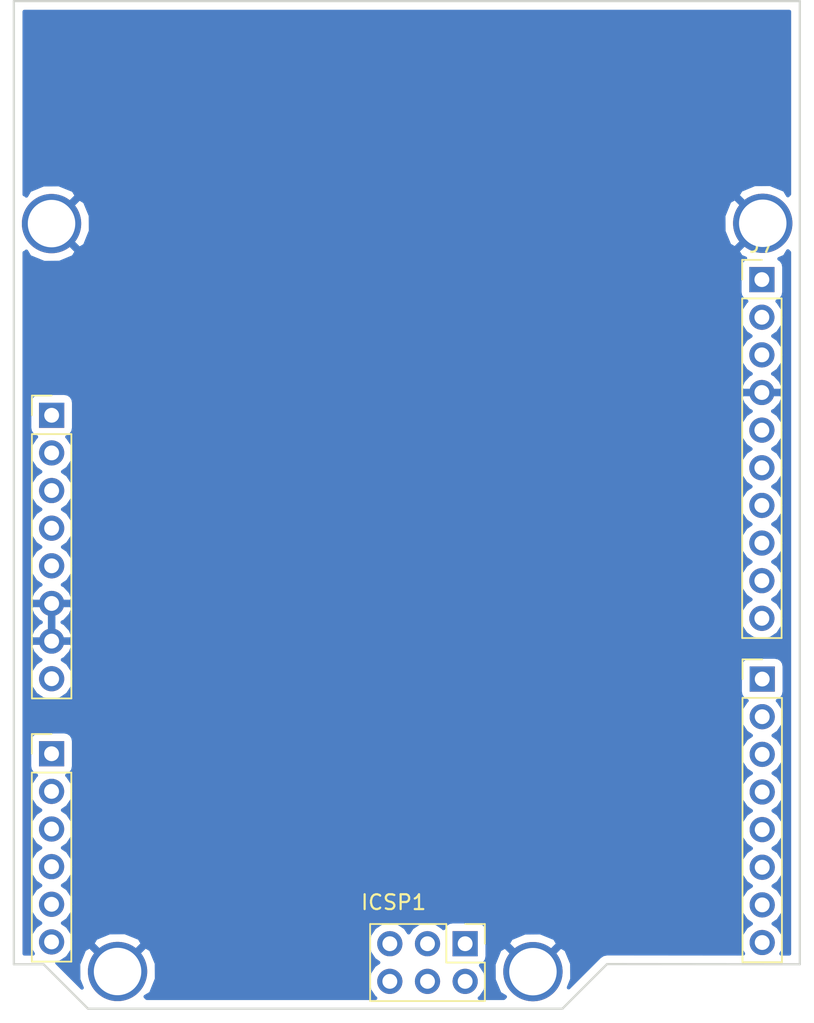
<source format=kicad_pcb>
(kicad_pcb (version 4) (host pcbnew 4.0.7)

  (general
    (links 6)
    (no_connects 0)
    (area 112.015779 61.180859 165.165781 129.330861)
    (thickness 1.6)
    (drawings 8)
    (tracks 0)
    (zones 0)
    (modules 9)
    (nets 2)
  )

  (page A4)
  (layers
    (0 F.Cu signal)
    (31 B.Cu signal)
    (32 B.Adhes user)
    (33 F.Adhes user)
    (34 B.Paste user)
    (35 F.Paste user)
    (36 B.SilkS user)
    (37 F.SilkS user)
    (38 B.Mask user)
    (39 F.Mask user)
    (40 Dwgs.User user)
    (41 Cmts.User user)
    (42 Eco1.User user)
    (43 Eco2.User user)
    (44 Edge.Cuts user)
    (45 Margin user)
    (46 B.CrtYd user)
    (47 F.CrtYd user)
    (48 B.Fab user)
    (49 F.Fab user hide)
  )

  (setup
    (last_trace_width 0.25)
    (user_trace_width 0.4064)
    (user_trace_width 0.762)
    (trace_clearance 0.2)
    (zone_clearance 0.508)
    (zone_45_only no)
    (trace_min 0.2)
    (segment_width 0.3)
    (edge_width 0.15)
    (via_size 0.6)
    (via_drill 0.4)
    (via_min_size 0.4)
    (via_min_drill 0.3)
    (user_via 1.524 0.762)
    (uvia_size 0.3)
    (uvia_drill 0.1)
    (uvias_allowed no)
    (uvia_min_size 0.2)
    (uvia_min_drill 0.1)
    (pcb_text_width 0.3)
    (pcb_text_size 1.5 1.5)
    (mod_edge_width 0.15)
    (mod_text_size 1 1)
    (mod_text_width 0.15)
    (pad_size 4 4)
    (pad_drill 3.2)
    (pad_to_mask_clearance 0.2)
    (aux_axis_origin 0 0)
    (visible_elements FFFFFF7F)
    (pcbplotparams
      (layerselection 0x00030_80000001)
      (usegerberextensions false)
      (excludeedgelayer true)
      (linewidth 0.100000)
      (plotframeref false)
      (viasonmask false)
      (mode 1)
      (useauxorigin false)
      (hpglpennumber 1)
      (hpglpenspeed 20)
      (hpglpendiameter 15)
      (hpglpenoverlay 2)
      (psnegative false)
      (psa4output false)
      (plotreference true)
      (plotvalue true)
      (plotinvisibletext false)
      (padsonsilk false)
      (subtractmaskfromsilk false)
      (outputformat 5)
      (mirror false)
      (drillshape 0)
      (scaleselection 1)
      (outputdirectory ""))
  )

  (net 0 "")
  (net 1 GND)

  (net_class Default "This is the default net class."
    (clearance 0.2)
    (trace_width 0.25)
    (via_dia 0.6)
    (via_drill 0.4)
    (uvia_dia 0.3)
    (uvia_drill 0.1)
    (add_net GND)
  )

  (net_class PWR ""
    (clearance 0.254)
    (trace_width 0.762)
    (via_dia 1.524)
    (via_drill 0.762)
    (uvia_dia 0.3)
    (uvia_drill 0.1)
  )

  (net_class Signal ""
    (clearance 0.254)
    (trace_width 0.4064)
    (via_dia 0.8128)
    (via_drill 0.4064)
    (uvia_dia 0.3)
    (uvia_drill 0.1)
  )

  (module Pin_Headers:Pin_Header_Straight_2x03_Pitch2.54mm (layer F.Cu) (tedit 59650532) (tstamp 5A5FF7A0)
    (at 142.52448 124.87148 270)
    (descr "Through hole straight pin header, 2x03, 2.54mm pitch, double rows")
    (tags "Through hole pin header THT 2x03 2.54mm double row")
    (path /5A54F9F8)
    (fp_text reference ICSP1 (at -2.794 4.826 360) (layer F.SilkS)
      (effects (font (size 1 1) (thickness 0.15)))
    )
    (fp_text value Stack-Header_02x03_Odd_Even (at 1.27 7.41 270) (layer F.Fab)
      (effects (font (size 1 1) (thickness 0.15)))
    )
    (fp_line (start 0 -1.27) (end 3.81 -1.27) (layer F.Fab) (width 0.1))
    (fp_line (start 3.81 -1.27) (end 3.81 6.35) (layer F.Fab) (width 0.1))
    (fp_line (start 3.81 6.35) (end -1.27 6.35) (layer F.Fab) (width 0.1))
    (fp_line (start -1.27 6.35) (end -1.27 0) (layer F.Fab) (width 0.1))
    (fp_line (start -1.27 0) (end 0 -1.27) (layer F.Fab) (width 0.1))
    (fp_line (start -1.33 6.41) (end 3.87 6.41) (layer F.SilkS) (width 0.12))
    (fp_line (start -1.33 1.27) (end -1.33 6.41) (layer F.SilkS) (width 0.12))
    (fp_line (start 3.87 -1.33) (end 3.87 6.41) (layer F.SilkS) (width 0.12))
    (fp_line (start -1.33 1.27) (end 1.27 1.27) (layer F.SilkS) (width 0.12))
    (fp_line (start 1.27 1.27) (end 1.27 -1.33) (layer F.SilkS) (width 0.12))
    (fp_line (start 1.27 -1.33) (end 3.87 -1.33) (layer F.SilkS) (width 0.12))
    (fp_line (start -1.33 0) (end -1.33 -1.33) (layer F.SilkS) (width 0.12))
    (fp_line (start -1.33 -1.33) (end 0 -1.33) (layer F.SilkS) (width 0.12))
    (fp_line (start -1.8 -1.8) (end -1.8 6.85) (layer F.CrtYd) (width 0.05))
    (fp_line (start -1.8 6.85) (end 4.35 6.85) (layer F.CrtYd) (width 0.05))
    (fp_line (start 4.35 6.85) (end 4.35 -1.8) (layer F.CrtYd) (width 0.05))
    (fp_line (start 4.35 -1.8) (end -1.8 -1.8) (layer F.CrtYd) (width 0.05))
    (fp_text user %R (at 1.27 2.54 360) (layer F.Fab)
      (effects (font (size 1 1) (thickness 0.15)))
    )
    (pad 1 thru_hole rect (at 0 0 270) (size 1.7 1.7) (drill 1) (layers *.Cu *.Mask))
    (pad 2 thru_hole oval (at 2.54 0 270) (size 1.7 1.7) (drill 1) (layers *.Cu *.Mask))
    (pad 3 thru_hole oval (at 0 2.54 270) (size 1.7 1.7) (drill 1) (layers *.Cu *.Mask))
    (pad 4 thru_hole oval (at 2.54 2.54 270) (size 1.7 1.7) (drill 1) (layers *.Cu *.Mask))
    (pad 5 thru_hole oval (at 0 5.08 270) (size 1.7 1.7) (drill 1) (layers *.Cu *.Mask))
    (pad 6 thru_hole oval (at 2.54 5.08 270) (size 1.7 1.7) (drill 1) (layers *.Cu *.Mask))
    (model ${KISYS3DMOD}/Pin_Headers.3dshapes/Pin_Header_Straight_2x03_Pitch2.54mm.wrl
      (at (xyz 0 0 0))
      (scale (xyz 1 1 1))
      (rotate (xyz 0 0 0))
    )
  )

  (module Pin_Headers:Pin_Header_Straight_1x06_Pitch2.54mm (layer F.Cu) (tedit 5A578801) (tstamp 5A5FF7F8)
    (at 114.63528 112.04956)
    (descr "Through hole straight pin header, 1x06, 2.54mm pitch, single row")
    (tags "Through hole pin header THT 1x06 2.54mm single row")
    (path /5A54FB5A)
    (fp_text reference J3 (at 0 -2.33) (layer F.SilkS) hide
      (effects (font (size 1 1) (thickness 0.15)))
    )
    (fp_text value Stack-Header_01x06 (at 0 15.03) (layer F.Fab)
      (effects (font (size 1 1) (thickness 0.15)))
    )
    (fp_line (start -0.635 -1.27) (end 1.27 -1.27) (layer F.Fab) (width 0.1))
    (fp_line (start 1.27 -1.27) (end 1.27 13.97) (layer F.Fab) (width 0.1))
    (fp_line (start 1.27 13.97) (end -1.27 13.97) (layer F.Fab) (width 0.1))
    (fp_line (start -1.27 13.97) (end -1.27 -0.635) (layer F.Fab) (width 0.1))
    (fp_line (start -1.27 -0.635) (end -0.635 -1.27) (layer F.Fab) (width 0.1))
    (fp_line (start -1.33 14.03) (end 1.33 14.03) (layer F.SilkS) (width 0.12))
    (fp_line (start -1.33 1.27) (end -1.33 14.03) (layer F.SilkS) (width 0.12))
    (fp_line (start 1.33 1.27) (end 1.33 14.03) (layer F.SilkS) (width 0.12))
    (fp_line (start -1.33 1.27) (end 1.33 1.27) (layer F.SilkS) (width 0.12))
    (fp_line (start -1.33 0) (end -1.33 -1.33) (layer F.SilkS) (width 0.12))
    (fp_line (start -1.33 -1.33) (end 0 -1.33) (layer F.SilkS) (width 0.12))
    (fp_line (start -1.8 -1.8) (end -1.8 14.5) (layer F.CrtYd) (width 0.05))
    (fp_line (start -1.8 14.5) (end 1.8 14.5) (layer F.CrtYd) (width 0.05))
    (fp_line (start 1.8 14.5) (end 1.8 -1.8) (layer F.CrtYd) (width 0.05))
    (fp_line (start 1.8 -1.8) (end -1.8 -1.8) (layer F.CrtYd) (width 0.05))
    (fp_text user %R (at 0 6.35 90) (layer F.Fab)
      (effects (font (size 1 1) (thickness 0.15)))
    )
    (pad 1 thru_hole rect (at 0 0) (size 1.7 1.7) (drill 1) (layers *.Cu *.Mask))
    (pad 2 thru_hole oval (at 0 2.54) (size 1.7 1.7) (drill 1) (layers *.Cu *.Mask))
    (pad 3 thru_hole oval (at 0 5.08) (size 1.7 1.7) (drill 1) (layers *.Cu *.Mask))
    (pad 4 thru_hole oval (at 0 7.62) (size 1.7 1.7) (drill 1) (layers *.Cu *.Mask))
    (pad 5 thru_hole oval (at 0 10.16) (size 1.7 1.7) (drill 1) (layers *.Cu *.Mask))
    (pad 6 thru_hole oval (at 0 12.7) (size 1.7 1.7) (drill 1) (layers *.Cu *.Mask))
    (model ${KISYS3DMOD}/Pin_Headers.3dshapes/Pin_Header_Straight_1x06_Pitch2.54mm.wrl
      (at (xyz 0 0 0))
      (scale (xyz 1 1 1))
      (rotate (xyz 0 0 0))
    )
  )

  (module Pin_Headers:Pin_Header_Straight_1x10_Pitch2.54mm (layer F.Cu) (tedit 59650532) (tstamp 5A5FF8D9)
    (at 162.53206 80.05064)
    (descr "Through hole straight pin header, 1x10, 2.54mm pitch, single row")
    (tags "Through hole pin header THT 1x10 2.54mm single row")
    (path /5A54FA3E)
    (fp_text reference J7 (at 0 -2.33) (layer F.SilkS)
      (effects (font (size 1 1) (thickness 0.15)))
    )
    (fp_text value Stack-Header_01x10 (at 0 25.19) (layer F.Fab)
      (effects (font (size 1 1) (thickness 0.15)))
    )
    (fp_line (start -0.635 -1.27) (end 1.27 -1.27) (layer F.Fab) (width 0.1))
    (fp_line (start 1.27 -1.27) (end 1.27 24.13) (layer F.Fab) (width 0.1))
    (fp_line (start 1.27 24.13) (end -1.27 24.13) (layer F.Fab) (width 0.1))
    (fp_line (start -1.27 24.13) (end -1.27 -0.635) (layer F.Fab) (width 0.1))
    (fp_line (start -1.27 -0.635) (end -0.635 -1.27) (layer F.Fab) (width 0.1))
    (fp_line (start -1.33 24.19) (end 1.33 24.19) (layer F.SilkS) (width 0.12))
    (fp_line (start -1.33 1.27) (end -1.33 24.19) (layer F.SilkS) (width 0.12))
    (fp_line (start 1.33 1.27) (end 1.33 24.19) (layer F.SilkS) (width 0.12))
    (fp_line (start -1.33 1.27) (end 1.33 1.27) (layer F.SilkS) (width 0.12))
    (fp_line (start -1.33 0) (end -1.33 -1.33) (layer F.SilkS) (width 0.12))
    (fp_line (start -1.33 -1.33) (end 0 -1.33) (layer F.SilkS) (width 0.12))
    (fp_line (start -1.8 -1.8) (end -1.8 24.65) (layer F.CrtYd) (width 0.05))
    (fp_line (start -1.8 24.65) (end 1.8 24.65) (layer F.CrtYd) (width 0.05))
    (fp_line (start 1.8 24.65) (end 1.8 -1.8) (layer F.CrtYd) (width 0.05))
    (fp_line (start 1.8 -1.8) (end -1.8 -1.8) (layer F.CrtYd) (width 0.05))
    (fp_text user %R (at 0 11.43 90) (layer F.Fab)
      (effects (font (size 1 1) (thickness 0.15)))
    )
    (pad 1 thru_hole rect (at 0 0) (size 1.7 1.7) (drill 1) (layers *.Cu *.Mask))
    (pad 2 thru_hole oval (at 0 2.54) (size 1.7 1.7) (drill 1) (layers *.Cu *.Mask))
    (pad 3 thru_hole oval (at 0 5.08) (size 1.7 1.7) (drill 1) (layers *.Cu *.Mask))
    (pad 4 thru_hole oval (at 0 7.62) (size 1.7 1.7) (drill 1) (layers *.Cu *.Mask)
      (net 1 GND))
    (pad 5 thru_hole oval (at 0 10.16) (size 1.7 1.7) (drill 1) (layers *.Cu *.Mask))
    (pad 6 thru_hole oval (at 0 12.7) (size 1.7 1.7) (drill 1) (layers *.Cu *.Mask))
    (pad 7 thru_hole oval (at 0 15.24) (size 1.7 1.7) (drill 1) (layers *.Cu *.Mask))
    (pad 8 thru_hole oval (at 0 17.78) (size 1.7 1.7) (drill 1) (layers *.Cu *.Mask))
    (pad 9 thru_hole oval (at 0 20.32) (size 1.7 1.7) (drill 1) (layers *.Cu *.Mask))
    (pad 10 thru_hole oval (at 0 22.86) (size 1.7 1.7) (drill 1) (layers *.Cu *.Mask))
    (model ${KISYS3DMOD}/Pin_Headers.3dshapes/Pin_Header_Straight_1x10_Pitch2.54mm.wrl
      (at (xyz 0 0 0))
      (scale (xyz 1 1 1))
      (rotate (xyz 0 0 0))
    )
  )

  (module Pin_Headers:Pin_Header_Straight_1x08_Pitch2.54mm (layer F.Cu) (tedit 5A5787F7) (tstamp 5A5FF8F5)
    (at 162.55492 107.0102)
    (descr "Through hole straight pin header, 1x08, 2.54mm pitch, single row")
    (tags "Through hole pin header THT 1x08 2.54mm single row")
    (path /5A54FAAD)
    (fp_text reference J8 (at 0 -2.33) (layer F.SilkS) hide
      (effects (font (size 1 1) (thickness 0.15)))
    )
    (fp_text value Stack-Header_01x08 (at 0 20.11) (layer F.Fab)
      (effects (font (size 1 1) (thickness 0.15)))
    )
    (fp_line (start -0.635 -1.27) (end 1.27 -1.27) (layer F.Fab) (width 0.1))
    (fp_line (start 1.27 -1.27) (end 1.27 19.05) (layer F.Fab) (width 0.1))
    (fp_line (start 1.27 19.05) (end -1.27 19.05) (layer F.Fab) (width 0.1))
    (fp_line (start -1.27 19.05) (end -1.27 -0.635) (layer F.Fab) (width 0.1))
    (fp_line (start -1.27 -0.635) (end -0.635 -1.27) (layer F.Fab) (width 0.1))
    (fp_line (start -1.33 19.11) (end 1.33 19.11) (layer F.SilkS) (width 0.12))
    (fp_line (start -1.33 1.27) (end -1.33 19.11) (layer F.SilkS) (width 0.12))
    (fp_line (start 1.33 1.27) (end 1.33 19.11) (layer F.SilkS) (width 0.12))
    (fp_line (start -1.33 1.27) (end 1.33 1.27) (layer F.SilkS) (width 0.12))
    (fp_line (start -1.33 0) (end -1.33 -1.33) (layer F.SilkS) (width 0.12))
    (fp_line (start -1.33 -1.33) (end 0 -1.33) (layer F.SilkS) (width 0.12))
    (fp_line (start -1.8 -1.8) (end -1.8 19.55) (layer F.CrtYd) (width 0.05))
    (fp_line (start -1.8 19.55) (end 1.8 19.55) (layer F.CrtYd) (width 0.05))
    (fp_line (start 1.8 19.55) (end 1.8 -1.8) (layer F.CrtYd) (width 0.05))
    (fp_line (start 1.8 -1.8) (end -1.8 -1.8) (layer F.CrtYd) (width 0.05))
    (fp_text user %R (at 0 8.89 90) (layer F.Fab)
      (effects (font (size 1 1) (thickness 0.15)))
    )
    (pad 1 thru_hole rect (at 0 0) (size 1.7 1.7) (drill 1) (layers *.Cu *.Mask))
    (pad 2 thru_hole oval (at 0 2.54) (size 1.7 1.7) (drill 1) (layers *.Cu *.Mask))
    (pad 3 thru_hole oval (at 0 5.08) (size 1.7 1.7) (drill 1) (layers *.Cu *.Mask))
    (pad 4 thru_hole oval (at 0 7.62) (size 1.7 1.7) (drill 1) (layers *.Cu *.Mask))
    (pad 5 thru_hole oval (at 0 10.16) (size 1.7 1.7) (drill 1) (layers *.Cu *.Mask))
    (pad 6 thru_hole oval (at 0 12.7) (size 1.7 1.7) (drill 1) (layers *.Cu *.Mask))
    (pad 7 thru_hole oval (at 0 15.24) (size 1.7 1.7) (drill 1) (layers *.Cu *.Mask))
    (pad 8 thru_hole oval (at 0 17.78) (size 1.7 1.7) (drill 1) (layers *.Cu *.Mask))
    (model ${KISYS3DMOD}/Pin_Headers.3dshapes/Pin_Header_Straight_1x08_Pitch2.54mm.wrl
      (at (xyz 0 0 0))
      (scale (xyz 1 1 1))
      (rotate (xyz 0 0 0))
    )
  )

  (module Mounting_Holes:MountingHole_3.2mm_M3_Pad (layer F.Cu) (tedit 5A577A6A) (tstamp 5A5FF9AC)
    (at 114.63274 76.27112)
    (descr "Mounting Hole 3.2mm, M3")
    (tags "mounting hole 3.2mm m3")
    (path /5A550069)
    (attr virtual)
    (fp_text reference J14 (at 0 -4.2) (layer F.SilkS) hide
      (effects (font (size 1 1) (thickness 0.15)))
    )
    (fp_text value MOUNTING_HOLE (at 0 4.2) (layer F.Fab)
      (effects (font (size 1 1) (thickness 0.15)))
    )
    (fp_text user %R (at 0.3 0) (layer F.Fab)
      (effects (font (size 1 1) (thickness 0.15)))
    )
    (fp_circle (center 0 0) (end 3.2 0) (layer Cmts.User) (width 0.15))
    (fp_circle (center 0 0) (end 3.45 0) (layer F.CrtYd) (width 0.05))
    (pad 1 thru_hole circle (at 0 0) (size 4 4) (drill 3.2) (layers *.Cu *.Mask)
      (net 1 GND))
  )

  (module Mounting_Holes:MountingHole_3.2mm_M3_Pad (layer F.Cu) (tedit 5A577A7C) (tstamp 5A5FF9B4)
    (at 119.08536 126.746)
    (descr "Mounting Hole 3.2mm, M3")
    (tags "mounting hole 3.2mm m3")
    (path /5A5500E5)
    (attr virtual)
    (fp_text reference J15 (at 0 -4.2) (layer F.SilkS) hide
      (effects (font (size 1 1) (thickness 0.15)))
    )
    (fp_text value MOUNTING_HOLE (at 0 4.2) (layer F.Fab)
      (effects (font (size 1 1) (thickness 0.15)))
    )
    (fp_text user %R (at 0.3 0) (layer F.Fab)
      (effects (font (size 1 1) (thickness 0.15)))
    )
    (fp_circle (center 0 0) (end 3.2 0) (layer Cmts.User) (width 0.15))
    (fp_circle (center 0 0) (end 3.45 0) (layer F.CrtYd) (width 0.05))
    (pad 1 thru_hole circle (at 0 0) (size 4 4) (drill 3.2) (layers *.Cu *.Mask)
      (net 1 GND))
  )

  (module Mounting_Holes:MountingHole_3.2mm_M3_Pad (layer F.Cu) (tedit 5A577A76) (tstamp 5A5FF9C4)
    (at 147.09394 126.75616)
    (descr "Mounting Hole 3.2mm, M3")
    (tags "mounting hole 3.2mm m3")
    (path /5A55019C)
    (attr virtual)
    (fp_text reference J17 (at 0 -4.2) (layer F.SilkS) hide
      (effects (font (size 1 1) (thickness 0.15)))
    )
    (fp_text value MOUNTING_HOLE (at 0 4.2) (layer F.Fab)
      (effects (font (size 1 1) (thickness 0.15)))
    )
    (fp_text user %R (at 0.3 0) (layer F.Fab)
      (effects (font (size 1 1) (thickness 0.15)))
    )
    (fp_circle (center 0 0) (end 3.2 0) (layer Cmts.User) (width 0.15))
    (fp_circle (center 0 0) (end 3.45 0) (layer F.CrtYd) (width 0.05))
    (pad 1 thru_hole circle (at 0 0) (size 4 4) (drill 3.2) (layers *.Cu *.Mask)
      (net 1 GND))
  )

  (module Pin_Headers:Pin_Header_Straight_1x08_Pitch2.54mm (layer F.Cu) (tedit 5A57880B) (tstamp 5A5FFE83)
    (at 114.64036 89.20734)
    (descr "Through hole straight pin header, 1x08, 2.54mm pitch, single row")
    (tags "Through hole pin header THT 1x08 2.54mm single row")
    (path /5A54FAFF)
    (fp_text reference J4 (at 0 -2.33) (layer F.SilkS) hide
      (effects (font (size 1 1) (thickness 0.15)))
    )
    (fp_text value Stack-Header_01x08 (at 0 20.11) (layer F.Fab)
      (effects (font (size 1 1) (thickness 0.15)))
    )
    (fp_line (start -0.635 -1.27) (end 1.27 -1.27) (layer F.Fab) (width 0.1))
    (fp_line (start 1.27 -1.27) (end 1.27 19.05) (layer F.Fab) (width 0.1))
    (fp_line (start 1.27 19.05) (end -1.27 19.05) (layer F.Fab) (width 0.1))
    (fp_line (start -1.27 19.05) (end -1.27 -0.635) (layer F.Fab) (width 0.1))
    (fp_line (start -1.27 -0.635) (end -0.635 -1.27) (layer F.Fab) (width 0.1))
    (fp_line (start -1.33 19.11) (end 1.33 19.11) (layer F.SilkS) (width 0.12))
    (fp_line (start -1.33 1.27) (end -1.33 19.11) (layer F.SilkS) (width 0.12))
    (fp_line (start 1.33 1.27) (end 1.33 19.11) (layer F.SilkS) (width 0.12))
    (fp_line (start -1.33 1.27) (end 1.33 1.27) (layer F.SilkS) (width 0.12))
    (fp_line (start -1.33 0) (end -1.33 -1.33) (layer F.SilkS) (width 0.12))
    (fp_line (start -1.33 -1.33) (end 0 -1.33) (layer F.SilkS) (width 0.12))
    (fp_line (start -1.8 -1.8) (end -1.8 19.55) (layer F.CrtYd) (width 0.05))
    (fp_line (start -1.8 19.55) (end 1.8 19.55) (layer F.CrtYd) (width 0.05))
    (fp_line (start 1.8 19.55) (end 1.8 -1.8) (layer F.CrtYd) (width 0.05))
    (fp_line (start 1.8 -1.8) (end -1.8 -1.8) (layer F.CrtYd) (width 0.05))
    (fp_text user %R (at 0 8.89 90) (layer F.Fab)
      (effects (font (size 1 1) (thickness 0.15)))
    )
    (pad 1 thru_hole rect (at 0 0) (size 1.7 1.7) (drill 1) (layers *.Cu *.Mask))
    (pad 2 thru_hole oval (at 0 2.54) (size 1.7 1.7) (drill 1) (layers *.Cu *.Mask))
    (pad 3 thru_hole oval (at 0 5.08) (size 1.7 1.7) (drill 1) (layers *.Cu *.Mask))
    (pad 4 thru_hole oval (at 0 7.62) (size 1.7 1.7) (drill 1) (layers *.Cu *.Mask))
    (pad 5 thru_hole oval (at 0 10.16) (size 1.7 1.7) (drill 1) (layers *.Cu *.Mask))
    (pad 6 thru_hole oval (at 0 12.7) (size 1.7 1.7) (drill 1) (layers *.Cu *.Mask)
      (net 1 GND))
    (pad 7 thru_hole oval (at 0 15.24) (size 1.7 1.7) (drill 1) (layers *.Cu *.Mask)
      (net 1 GND))
    (pad 8 thru_hole oval (at 0 17.78) (size 1.7 1.7) (drill 1) (layers *.Cu *.Mask))
    (model ${KISYS3DMOD}/Pin_Headers.3dshapes/Pin_Header_Straight_1x08_Pitch2.54mm.wrl
      (at (xyz 0 0 0))
      (scale (xyz 1 1 1))
      (rotate (xyz 0 0 0))
    )
  )

  (module Mounting_Holes:MountingHole_3.2mm_M3_Pad (layer F.Cu) (tedit 5A577A64) (tstamp 5A6001B9)
    (at 162.59048 76.2508)
    (descr "Mounting Hole 3.2mm, M3")
    (tags "mounting hole 3.2mm m3")
    (path /5A55013D)
    (attr virtual)
    (fp_text reference J16 (at 0 -4.2) (layer F.SilkS) hide
      (effects (font (size 1 1) (thickness 0.15)))
    )
    (fp_text value MOUNTING_HOLE (at 0 4.2) (layer F.Fab)
      (effects (font (size 1 1) (thickness 0.15)))
    )
    (fp_text user %R (at 0.3 0) (layer F.Fab)
      (effects (font (size 1 1) (thickness 0.15)))
    )
    (fp_circle (center 0 0) (end 3.2 0) (layer Cmts.User) (width 0.15))
    (fp_circle (center 0 0) (end 3.45 0) (layer F.CrtYd) (width 0.05))
    (pad 1 thru_hole circle (at 0 0) (size 4 4) (drill 3.2) (layers *.Cu *.Mask)
      (net 1 GND))
  )

  (gr_line (start 152.09078 126.24586) (end 149.09078 129.24586) (layer Edge.Cuts) (width 0.15))
  (gr_line (start 165.09078 126.25586) (end 152.09078 126.24586) (layer Edge.Cuts) (width 0.15))
  (gr_line (start 117.09078 129.25586) (end 149.09078 129.25586) (layer Edge.Cuts) (width 0.15))
  (gr_line (start 114.09078 126.25586) (end 117.09078 129.25586) (layer Edge.Cuts) (width 0.15))
  (gr_line (start 112.09078 126.25586) (end 114.09078 126.25586) (layer Edge.Cuts) (width 0.15))
  (gr_line (start 112.09078 61.25586) (end 112.09078 126.25586) (layer Edge.Cuts) (width 0.15))
  (gr_line (start 165.09078 61.25586) (end 165.09078 126.25586) (layer Edge.Cuts) (width 0.15))
  (gr_line (start 112.09078 61.25586) (end 165.09078 61.25586) (layer Edge.Cuts) (width 0.15))

  (zone (net 1) (net_name GND) (layer B.Cu) (tstamp 0) (hatch edge 0.508)
    (connect_pads (clearance 0.508))
    (min_thickness 0.254)
    (fill yes (arc_segments 16) (thermal_gap 0.508) (thermal_bridge_width 0.508))
    (polygon
      (pts
        (xy 112.11814 61.2521) (xy 165.06698 61.27242) (xy 165.08222 126.25578) (xy 152.07996 126.25578) (xy 149.10308 129.25806)
        (xy 117.09146 129.2479) (xy 114.10696 126.27356) (xy 112.1029 126.22022)
      )
    )
    (filled_polygon
      (pts
        (xy 164.38078 74.280892) (xy 164.285895 74.375777) (xy 164.065127 74.005057) (xy 163.093468 73.611681) (xy 162.045233 73.620087)
        (xy 161.115833 74.005057) (xy 160.895064 74.375778) (xy 162.59048 76.071195) (xy 162.604622 76.057052) (xy 162.784228 76.236658)
        (xy 162.770085 76.2508) (xy 162.784228 76.264942) (xy 162.604622 76.444548) (xy 162.59048 76.430405) (xy 160.895064 78.125822)
        (xy 161.115833 78.496543) (xy 161.415232 78.617755) (xy 161.230619 78.73655) (xy 161.085629 78.94875) (xy 161.03462 79.20064)
        (xy 161.03462 80.90064) (xy 161.078898 81.135957) (xy 161.21797 81.352081) (xy 161.43017 81.497071) (xy 161.497601 81.510726)
        (xy 161.452913 81.540586) (xy 161.131006 82.022355) (xy 161.017967 82.59064) (xy 161.131006 83.158925) (xy 161.452913 83.640694)
        (xy 161.782086 83.86064) (xy 161.452913 84.080586) (xy 161.131006 84.562355) (xy 161.017967 85.13064) (xy 161.131006 85.698925)
        (xy 161.452913 86.180694) (xy 161.793613 86.408342) (xy 161.650702 86.475457) (xy 161.260415 86.903716) (xy 161.090584 87.31375)
        (xy 161.211905 87.54364) (xy 162.40506 87.54364) (xy 162.40506 87.52364) (xy 162.65906 87.52364) (xy 162.65906 87.54364)
        (xy 163.852215 87.54364) (xy 163.973536 87.31375) (xy 163.803705 86.903716) (xy 163.413418 86.475457) (xy 163.270507 86.408342)
        (xy 163.611207 86.180694) (xy 163.933114 85.698925) (xy 164.046153 85.13064) (xy 163.933114 84.562355) (xy 163.611207 84.080586)
        (xy 163.282034 83.86064) (xy 163.611207 83.640694) (xy 163.933114 83.158925) (xy 164.046153 82.59064) (xy 163.933114 82.022355)
        (xy 163.611207 81.540586) (xy 163.569608 81.51279) (xy 163.617377 81.503802) (xy 163.833501 81.36473) (xy 163.978491 81.15253)
        (xy 164.0295 80.90064) (xy 164.0295 79.20064) (xy 163.985222 78.965323) (xy 163.84615 78.749199) (xy 163.698583 78.648371)
        (xy 164.065127 78.496543) (xy 164.285895 78.125823) (xy 164.38078 78.220708) (xy 164.38078 125.545313) (xy 163.831422 125.544891)
        (xy 163.955974 125.358485) (xy 164.069013 124.7902) (xy 163.955974 124.221915) (xy 163.634067 123.740146) (xy 163.304894 123.5202)
        (xy 163.634067 123.300254) (xy 163.955974 122.818485) (xy 164.069013 122.2502) (xy 163.955974 121.681915) (xy 163.634067 121.200146)
        (xy 163.304894 120.9802) (xy 163.634067 120.760254) (xy 163.955974 120.278485) (xy 164.069013 119.7102) (xy 163.955974 119.141915)
        (xy 163.634067 118.660146) (xy 163.304894 118.4402) (xy 163.634067 118.220254) (xy 163.955974 117.738485) (xy 164.069013 117.1702)
        (xy 163.955974 116.601915) (xy 163.634067 116.120146) (xy 163.304894 115.9002) (xy 163.634067 115.680254) (xy 163.955974 115.198485)
        (xy 164.069013 114.6302) (xy 163.955974 114.061915) (xy 163.634067 113.580146) (xy 163.304894 113.3602) (xy 163.634067 113.140254)
        (xy 163.955974 112.658485) (xy 164.069013 112.0902) (xy 163.955974 111.521915) (xy 163.634067 111.040146) (xy 163.304894 110.8202)
        (xy 163.634067 110.600254) (xy 163.955974 110.118485) (xy 164.069013 109.5502) (xy 163.955974 108.981915) (xy 163.634067 108.500146)
        (xy 163.592468 108.47235) (xy 163.640237 108.463362) (xy 163.856361 108.32429) (xy 164.001351 108.11209) (xy 164.05236 107.8602)
        (xy 164.05236 106.1602) (xy 164.008082 105.924883) (xy 163.86901 105.708759) (xy 163.65681 105.563769) (xy 163.40492 105.51276)
        (xy 161.70492 105.51276) (xy 161.469603 105.557038) (xy 161.253479 105.69611) (xy 161.108489 105.90831) (xy 161.05748 106.1602)
        (xy 161.05748 107.8602) (xy 161.101758 108.095517) (xy 161.24083 108.311641) (xy 161.45303 108.456631) (xy 161.520461 108.470286)
        (xy 161.475773 108.500146) (xy 161.153866 108.981915) (xy 161.040827 109.5502) (xy 161.153866 110.118485) (xy 161.475773 110.600254)
        (xy 161.804946 110.8202) (xy 161.475773 111.040146) (xy 161.153866 111.521915) (xy 161.040827 112.0902) (xy 161.153866 112.658485)
        (xy 161.475773 113.140254) (xy 161.804946 113.3602) (xy 161.475773 113.580146) (xy 161.153866 114.061915) (xy 161.040827 114.6302)
        (xy 161.153866 115.198485) (xy 161.475773 115.680254) (xy 161.804946 115.9002) (xy 161.475773 116.120146) (xy 161.153866 116.601915)
        (xy 161.040827 117.1702) (xy 161.153866 117.738485) (xy 161.475773 118.220254) (xy 161.804946 118.4402) (xy 161.475773 118.660146)
        (xy 161.153866 119.141915) (xy 161.040827 119.7102) (xy 161.153866 120.278485) (xy 161.475773 120.760254) (xy 161.804946 120.9802)
        (xy 161.475773 121.200146) (xy 161.153866 121.681915) (xy 161.040827 122.2502) (xy 161.153866 122.818485) (xy 161.475773 123.300254)
        (xy 161.804946 123.5202) (xy 161.475773 123.740146) (xy 161.153866 124.221915) (xy 161.040827 124.7902) (xy 161.153866 125.358485)
        (xy 161.277105 125.542926) (xy 152.091326 125.53586) (xy 152.091052 125.535914) (xy 152.09078 125.53586) (xy 151.955416 125.562786)
        (xy 151.81958 125.589697) (xy 151.819348 125.589852) (xy 151.819075 125.589906) (xy 151.704196 125.666665) (xy 151.58912 125.743428)
        (xy 151.588965 125.74366) (xy 151.588734 125.743814) (xy 149.501543 127.831005) (xy 149.733059 127.259148) (xy 149.724653 126.210913)
        (xy 149.339683 125.281513) (xy 148.968962 125.060744) (xy 147.273545 126.75616) (xy 147.287688 126.770302) (xy 147.108082 126.949908)
        (xy 147.09394 126.935765) (xy 147.079798 126.949908) (xy 146.900192 126.770302) (xy 146.914335 126.75616) (xy 145.218918 125.060744)
        (xy 144.848197 125.281513) (xy 144.454821 126.253172) (xy 144.463227 127.301407) (xy 144.848197 128.230807) (xy 145.218917 128.451575)
        (xy 145.124632 128.54586) (xy 143.491872 128.54586) (xy 143.574534 128.490627) (xy 143.896441 128.008858) (xy 144.00948 127.440573)
        (xy 144.00948 127.382387) (xy 143.896441 126.814102) (xy 143.574534 126.332333) (xy 143.573301 126.331509) (xy 143.609797 126.324642)
        (xy 143.825921 126.18557) (xy 143.970911 125.97337) (xy 144.02192 125.72148) (xy 144.02192 124.881138) (xy 145.398524 124.881138)
        (xy 147.09394 126.576555) (xy 148.789356 124.881138) (xy 148.568587 124.510417) (xy 147.596928 124.117041) (xy 146.548693 124.125447)
        (xy 145.619293 124.510417) (xy 145.398524 124.881138) (xy 144.02192 124.881138) (xy 144.02192 124.02148) (xy 143.977642 123.786163)
        (xy 143.83857 123.570039) (xy 143.62637 123.425049) (xy 143.37448 123.37404) (xy 141.67448 123.37404) (xy 141.439163 123.418318)
        (xy 141.223039 123.55739) (xy 141.078049 123.76959) (xy 141.064394 123.837021) (xy 141.034534 123.792333) (xy 140.552765 123.470426)
        (xy 139.98448 123.357387) (xy 139.416195 123.470426) (xy 138.934426 123.792333) (xy 138.71448 124.121506) (xy 138.494534 123.792333)
        (xy 138.012765 123.470426) (xy 137.44448 123.357387) (xy 136.876195 123.470426) (xy 136.394426 123.792333) (xy 136.072519 124.274102)
        (xy 135.95948 124.842387) (xy 135.95948 124.900573) (xy 136.072519 125.468858) (xy 136.394426 125.950627) (xy 136.680058 126.14148)
        (xy 136.394426 126.332333) (xy 136.072519 126.814102) (xy 135.95948 127.382387) (xy 135.95948 127.440573) (xy 136.072519 128.008858)
        (xy 136.394426 128.490627) (xy 136.477088 128.54586) (xy 121.064828 128.54586) (xy 120.960383 128.441415) (xy 121.331103 128.220647)
        (xy 121.724479 127.248988) (xy 121.716073 126.200753) (xy 121.331103 125.271353) (xy 120.960382 125.050584) (xy 119.264965 126.746)
        (xy 119.279108 126.760142) (xy 119.099502 126.939748) (xy 119.08536 126.925605) (xy 119.071218 126.939748) (xy 118.891612 126.760142)
        (xy 118.905755 126.746) (xy 117.210338 125.050584) (xy 116.839617 125.271353) (xy 116.446241 126.243012) (xy 116.454647 127.291247)
        (xy 116.684024 127.845012) (xy 115.005681 126.166669) (xy 115.232658 126.121521) (xy 115.714427 125.799614) (xy 116.036334 125.317845)
        (xy 116.125221 124.870978) (xy 117.389944 124.870978) (xy 119.08536 126.566395) (xy 120.780776 124.870978) (xy 120.560007 124.500257)
        (xy 119.588348 124.106881) (xy 118.540113 124.115287) (xy 117.610713 124.500257) (xy 117.389944 124.870978) (xy 116.125221 124.870978)
        (xy 116.149373 124.74956) (xy 116.036334 124.181275) (xy 115.714427 123.699506) (xy 115.385254 123.47956) (xy 115.714427 123.259614)
        (xy 116.036334 122.777845) (xy 116.149373 122.20956) (xy 116.036334 121.641275) (xy 115.714427 121.159506) (xy 115.385254 120.93956)
        (xy 115.714427 120.719614) (xy 116.036334 120.237845) (xy 116.149373 119.66956) (xy 116.036334 119.101275) (xy 115.714427 118.619506)
        (xy 115.385254 118.39956) (xy 115.714427 118.179614) (xy 116.036334 117.697845) (xy 116.149373 117.12956) (xy 116.036334 116.561275)
        (xy 115.714427 116.079506) (xy 115.385254 115.85956) (xy 115.714427 115.639614) (xy 116.036334 115.157845) (xy 116.149373 114.58956)
        (xy 116.036334 114.021275) (xy 115.714427 113.539506) (xy 115.672828 113.51171) (xy 115.720597 113.502722) (xy 115.936721 113.36365)
        (xy 116.081711 113.15145) (xy 116.13272 112.89956) (xy 116.13272 111.19956) (xy 116.088442 110.964243) (xy 115.94937 110.748119)
        (xy 115.73717 110.603129) (xy 115.48528 110.55212) (xy 113.78528 110.55212) (xy 113.549963 110.596398) (xy 113.333839 110.73547)
        (xy 113.188849 110.94767) (xy 113.13784 111.19956) (xy 113.13784 112.89956) (xy 113.182118 113.134877) (xy 113.32119 113.351001)
        (xy 113.53339 113.495991) (xy 113.600821 113.509646) (xy 113.556133 113.539506) (xy 113.234226 114.021275) (xy 113.121187 114.58956)
        (xy 113.234226 115.157845) (xy 113.556133 115.639614) (xy 113.885306 115.85956) (xy 113.556133 116.079506) (xy 113.234226 116.561275)
        (xy 113.121187 117.12956) (xy 113.234226 117.697845) (xy 113.556133 118.179614) (xy 113.885306 118.39956) (xy 113.556133 118.619506)
        (xy 113.234226 119.101275) (xy 113.121187 119.66956) (xy 113.234226 120.237845) (xy 113.556133 120.719614) (xy 113.885306 120.93956)
        (xy 113.556133 121.159506) (xy 113.234226 121.641275) (xy 113.121187 122.20956) (xy 113.234226 122.777845) (xy 113.556133 123.259614)
        (xy 113.885306 123.47956) (xy 113.556133 123.699506) (xy 113.234226 124.181275) (xy 113.121187 124.74956) (xy 113.234226 125.317845)
        (xy 113.38658 125.54586) (xy 112.80078 125.54586) (xy 112.80078 106.98734) (xy 113.126267 106.98734) (xy 113.239306 107.555625)
        (xy 113.561213 108.037394) (xy 114.042982 108.359301) (xy 114.611267 108.47234) (xy 114.669453 108.47234) (xy 115.237738 108.359301)
        (xy 115.719507 108.037394) (xy 116.041414 107.555625) (xy 116.154453 106.98734) (xy 116.041414 106.419055) (xy 115.719507 105.937286)
        (xy 115.378807 105.709638) (xy 115.521718 105.642523) (xy 115.912005 105.214264) (xy 116.081836 104.80423) (xy 115.960515 104.57434)
        (xy 114.76736 104.57434) (xy 114.76736 104.59434) (xy 114.51336 104.59434) (xy 114.51336 104.57434) (xy 113.320205 104.57434)
        (xy 113.198884 104.80423) (xy 113.368715 105.214264) (xy 113.759002 105.642523) (xy 113.901913 105.709638) (xy 113.561213 105.937286)
        (xy 113.239306 106.419055) (xy 113.126267 106.98734) (xy 112.80078 106.98734) (xy 112.80078 102.26423) (xy 113.198884 102.26423)
        (xy 113.368715 102.674264) (xy 113.759002 103.102523) (xy 113.918314 103.17734) (xy 113.759002 103.252157) (xy 113.368715 103.680416)
        (xy 113.198884 104.09045) (xy 113.320205 104.32034) (xy 114.51336 104.32034) (xy 114.51336 102.03434) (xy 114.76736 102.03434)
        (xy 114.76736 104.32034) (xy 115.960515 104.32034) (xy 116.081836 104.09045) (xy 115.912005 103.680416) (xy 115.521718 103.252157)
        (xy 115.362406 103.17734) (xy 115.521718 103.102523) (xy 115.912005 102.674264) (xy 116.081836 102.26423) (xy 115.960515 102.03434)
        (xy 114.76736 102.03434) (xy 114.51336 102.03434) (xy 113.320205 102.03434) (xy 113.198884 102.26423) (xy 112.80078 102.26423)
        (xy 112.80078 91.74734) (xy 113.126267 91.74734) (xy 113.239306 92.315625) (xy 113.561213 92.797394) (xy 113.890386 93.01734)
        (xy 113.561213 93.237286) (xy 113.239306 93.719055) (xy 113.126267 94.28734) (xy 113.239306 94.855625) (xy 113.561213 95.337394)
        (xy 113.890386 95.55734) (xy 113.561213 95.777286) (xy 113.239306 96.259055) (xy 113.126267 96.82734) (xy 113.239306 97.395625)
        (xy 113.561213 97.877394) (xy 113.890386 98.09734) (xy 113.561213 98.317286) (xy 113.239306 98.799055) (xy 113.126267 99.36734)
        (xy 113.239306 99.935625) (xy 113.561213 100.417394) (xy 113.901913 100.645042) (xy 113.759002 100.712157) (xy 113.368715 101.140416)
        (xy 113.198884 101.55045) (xy 113.320205 101.78034) (xy 114.51336 101.78034) (xy 114.51336 101.76034) (xy 114.76736 101.76034)
        (xy 114.76736 101.78034) (xy 115.960515 101.78034) (xy 116.081836 101.55045) (xy 115.912005 101.140416) (xy 115.521718 100.712157)
        (xy 115.378807 100.645042) (xy 115.719507 100.417394) (xy 116.041414 99.935625) (xy 116.154453 99.36734) (xy 116.041414 98.799055)
        (xy 115.719507 98.317286) (xy 115.390334 98.09734) (xy 115.719507 97.877394) (xy 116.041414 97.395625) (xy 116.154453 96.82734)
        (xy 116.041414 96.259055) (xy 115.719507 95.777286) (xy 115.390334 95.55734) (xy 115.719507 95.337394) (xy 116.041414 94.855625)
        (xy 116.154453 94.28734) (xy 116.041414 93.719055) (xy 115.719507 93.237286) (xy 115.390334 93.01734) (xy 115.719507 92.797394)
        (xy 116.041414 92.315625) (xy 116.154453 91.74734) (xy 116.041414 91.179055) (xy 115.719507 90.697286) (xy 115.677908 90.66949)
        (xy 115.725677 90.660502) (xy 115.941801 90.52143) (xy 116.086791 90.30923) (xy 116.106755 90.21064) (xy 161.017967 90.21064)
        (xy 161.131006 90.778925) (xy 161.452913 91.260694) (xy 161.782086 91.48064) (xy 161.452913 91.700586) (xy 161.131006 92.182355)
        (xy 161.017967 92.75064) (xy 161.131006 93.318925) (xy 161.452913 93.800694) (xy 161.782086 94.02064) (xy 161.452913 94.240586)
        (xy 161.131006 94.722355) (xy 161.017967 95.29064) (xy 161.131006 95.858925) (xy 161.452913 96.340694) (xy 161.782086 96.56064)
        (xy 161.452913 96.780586) (xy 161.131006 97.262355) (xy 161.017967 97.83064) (xy 161.131006 98.398925) (xy 161.452913 98.880694)
        (xy 161.782086 99.10064) (xy 161.452913 99.320586) (xy 161.131006 99.802355) (xy 161.017967 100.37064) (xy 161.131006 100.938925)
        (xy 161.452913 101.420694) (xy 161.782086 101.64064) (xy 161.452913 101.860586) (xy 161.131006 102.342355) (xy 161.017967 102.91064)
        (xy 161.131006 103.478925) (xy 161.452913 103.960694) (xy 161.934682 104.282601) (xy 162.502967 104.39564) (xy 162.561153 104.39564)
        (xy 163.129438 104.282601) (xy 163.611207 103.960694) (xy 163.933114 103.478925) (xy 164.046153 102.91064) (xy 163.933114 102.342355)
        (xy 163.611207 101.860586) (xy 163.282034 101.64064) (xy 163.611207 101.420694) (xy 163.933114 100.938925) (xy 164.046153 100.37064)
        (xy 163.933114 99.802355) (xy 163.611207 99.320586) (xy 163.282034 99.10064) (xy 163.611207 98.880694) (xy 163.933114 98.398925)
        (xy 164.046153 97.83064) (xy 163.933114 97.262355) (xy 163.611207 96.780586) (xy 163.282034 96.56064) (xy 163.611207 96.340694)
        (xy 163.933114 95.858925) (xy 164.046153 95.29064) (xy 163.933114 94.722355) (xy 163.611207 94.240586) (xy 163.282034 94.02064)
        (xy 163.611207 93.800694) (xy 163.933114 93.318925) (xy 164.046153 92.75064) (xy 163.933114 92.182355) (xy 163.611207 91.700586)
        (xy 163.282034 91.48064) (xy 163.611207 91.260694) (xy 163.933114 90.778925) (xy 164.046153 90.21064) (xy 163.933114 89.642355)
        (xy 163.611207 89.160586) (xy 163.270507 88.932938) (xy 163.413418 88.865823) (xy 163.803705 88.437564) (xy 163.973536 88.02753)
        (xy 163.852215 87.79764) (xy 162.65906 87.79764) (xy 162.65906 87.81764) (xy 162.40506 87.81764) (xy 162.40506 87.79764)
        (xy 161.211905 87.79764) (xy 161.090584 88.02753) (xy 161.260415 88.437564) (xy 161.650702 88.865823) (xy 161.793613 88.932938)
        (xy 161.452913 89.160586) (xy 161.131006 89.642355) (xy 161.017967 90.21064) (xy 116.106755 90.21064) (xy 116.1378 90.05734)
        (xy 116.1378 88.35734) (xy 116.093522 88.122023) (xy 115.95445 87.905899) (xy 115.74225 87.760909) (xy 115.49036 87.7099)
        (xy 113.79036 87.7099) (xy 113.555043 87.754178) (xy 113.338919 87.89325) (xy 113.193929 88.10545) (xy 113.14292 88.35734)
        (xy 113.14292 90.05734) (xy 113.187198 90.292657) (xy 113.32627 90.508781) (xy 113.53847 90.653771) (xy 113.605901 90.667426)
        (xy 113.561213 90.697286) (xy 113.239306 91.179055) (xy 113.126267 91.74734) (xy 112.80078 91.74734) (xy 112.80078 78.2351)
        (xy 112.824574 78.258894) (xy 112.937325 78.146143) (xy 113.158093 78.516863) (xy 114.129752 78.910239) (xy 115.177987 78.901833)
        (xy 116.107387 78.516863) (xy 116.328156 78.146142) (xy 114.63274 76.450725) (xy 114.618598 76.464868) (xy 114.438992 76.285262)
        (xy 114.453135 76.27112) (xy 114.812345 76.27112) (xy 116.507762 77.966536) (xy 116.878483 77.745767) (xy 117.271859 76.774108)
        (xy 117.263629 75.747812) (xy 159.951361 75.747812) (xy 159.959767 76.796047) (xy 160.344737 77.725447) (xy 160.715458 77.946216)
        (xy 162.410875 76.2508) (xy 160.715458 74.555384) (xy 160.344737 74.776153) (xy 159.951361 75.747812) (xy 117.263629 75.747812)
        (xy 117.263453 75.725873) (xy 116.878483 74.796473) (xy 116.507762 74.575704) (xy 114.812345 76.27112) (xy 114.453135 76.27112)
        (xy 114.438992 76.256978) (xy 114.618598 76.077372) (xy 114.63274 76.091515) (xy 116.328156 74.396098) (xy 116.107387 74.025377)
        (xy 115.135728 73.632001) (xy 114.087493 73.640407) (xy 113.158093 74.025377) (xy 112.937325 74.396097) (xy 112.824574 74.283346)
        (xy 112.80078 74.30714) (xy 112.80078 61.96586) (xy 164.38078 61.96586)
      )
    )
  )
)

</source>
